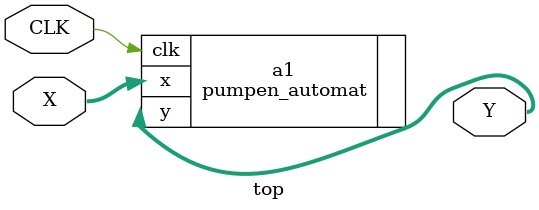
<source format=v>
`default_nettype none

module top(
    input wire CLK,
    input wire[2:0] X,
    output wire[1:0] Y
);


pumpen_automat a1(
    .clk(CLK),
    .x(X),
    .y(Y)
);

endmodule

</source>
